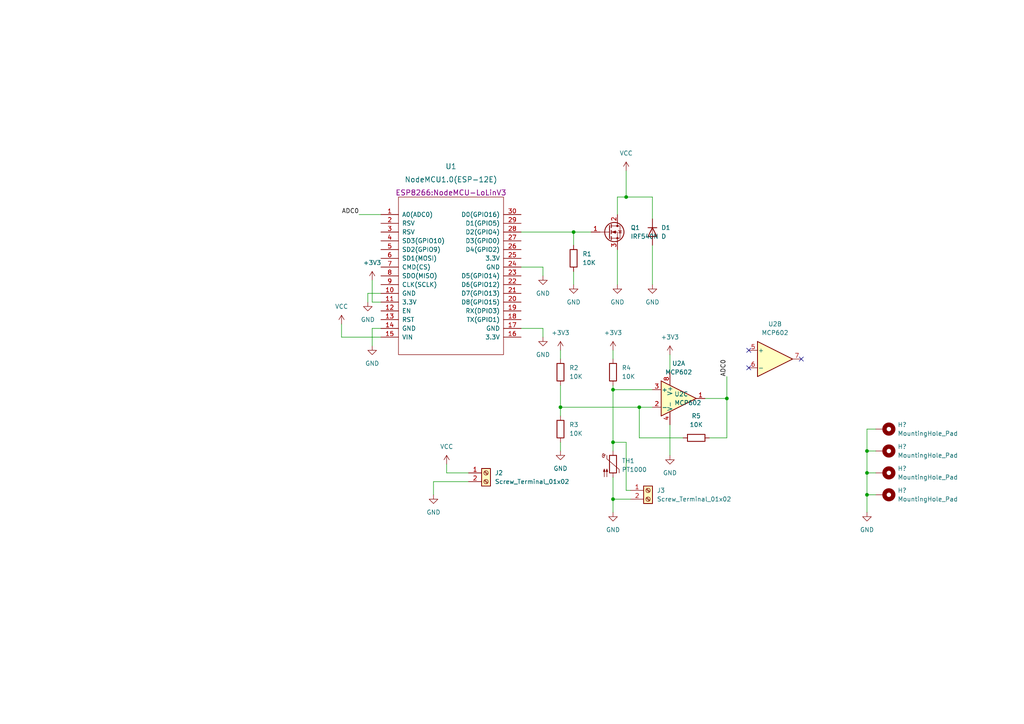
<source format=kicad_sch>
(kicad_sch (version 20211123) (generator eeschema)
  (paper "A4")
  (lib_symbols
    (symbol "Amplifier_Operational:MCP602" (pin_names (offset 0.127))
      (property "Reference" "U" (at 0 5.08 0))
      (property "Value" "MCP602" (at 0 -5.08 0))
      (symbol "MCP602_1_1"
        (polyline (pts (xy -5.08 5.08) (xy 5.08 0) (xy -5.08 -5.08) (xy -5.08 5.08)) (stroke (width 0.254)) (fill (type background)))
        (pin output line (at 7.62 0 180) (length 2.54) (name "~") (number "1"))
        (pin input line (at -7.62 -2.54 0) (length 2.54) (name "-") (number "2"))
        (pin input line (at -7.62 2.54 0) (length 2.54) (name "+") (number "3"))
      )
      (symbol "MCP602_2_1"
        (polyline (pts (xy -5.08 5.08) (xy 5.08 0) (xy -5.08 -5.08) (xy -5.08 5.08)) (stroke (width 0.254)) (fill (type background)))
        (pin input line (at -7.62 2.54 0) (length 2.54) (name "+") (number "5"))
        (pin input line (at -7.62 -2.54 0) (length 2.54) (name "-") (number "6"))
        (pin output line (at 7.62 0 180) (length 2.54) (name "~") (number "7"))
      )
      (symbol "MCP602_3_1"
        (pin power_in line (at -2.54 -7.62 90) (length 3.81) (name "V-") (number "4"))
        (pin power_in line (at -2.54 7.62 270) (length 3.81) (name "V+") (number "8"))
      )
    )
    (symbol "Connector:Screw_Terminal_01x02" (pin_names (offset 1.016) hide)
      (property "Reference" "J" (at 0 2.54 0))
      (property "Value" "Screw_Terminal_01x02" (at 0 -5.08 0))
      (symbol "Screw_Terminal_01x02_1_1"
        (rectangle (start -1.27 1.27) (end 1.27 -3.81) (stroke (width 0.254)) (fill (type background)))
        (circle (center 0 -2.54) (radius 0.635) (stroke (width 0.1524)))
        (polyline (pts (xy -0.5334 -2.2098) (xy 0.3302 -3.048)) (stroke (width 0.1524)))
        (polyline (pts (xy -0.5334 0.3302) (xy 0.3302 -0.508)) (stroke (width 0.1524)))
        (polyline (pts (xy -0.3556 -2.032) (xy 0.508 -2.8702)) (stroke (width 0.1524)))
        (polyline (pts (xy -0.3556 0.508) (xy 0.508 -0.3302)) (stroke (width 0.1524)))
        (circle (center 0 0) (radius 0.635) (stroke (width 0.1524)))
        (pin passive line (at -5.08 0 0) (length 3.81) (name "Pin_1") (number "1"))
        (pin passive line (at -5.08 -2.54 0) (length 3.81) (name "Pin_2") (number "2"))
      )
    )
    (symbol "Device:D" (pin_numbers hide) (pin_names (offset 1.016) hide)
      (property "Reference" "D" (at 0 2.54 0))
      (property "Value" "D" (at 0 -2.54 0))
      (symbol "D_0_1"
        (polyline (pts (xy -1.27 1.27) (xy -1.27 -1.27)) (stroke (width 0.254)))
        (polyline (pts (xy 1.27 0) (xy -1.27 0)))
        (polyline (pts (xy 1.27 1.27) (xy 1.27 -1.27) (xy -1.27 0) (xy 1.27 1.27)) (stroke (width 0.254)))
      )
      (symbol "D_1_1"
        (pin passive line (at -3.81 0 0) (length 2.54) (name "K") (number "1"))
        (pin passive line (at 3.81 0 180) (length 2.54) (name "A") (number "2"))
      )
    )
    (symbol "Device:R" (pin_numbers hide) (pin_names (offset 0))
      (property "Reference" "R" (at 2.032 0 90))
      (property "Value" "R" (at 0 0 90))
      (symbol "R_0_1"
        (rectangle (start -1.016 -2.54) (end 1.016 2.54) (stroke (width 0.254)))
      )
      (symbol "R_1_1"
        (pin passive line (at 0 3.81 270) (length 1.27) (name "~") (number "1"))
        (pin passive line (at 0 -3.81 90) (length 1.27) (name "~") (number "2"))
      )
    )
    (symbol "ESP8266:NodeMCU1.0(ESP-12E)" (pin_names (offset 1.016))
      (property "Reference" "U" (at 0 21.59 0))
      (property "Value" "NodeMCU1.0(ESP-12E)" (at 0 -21.59 0))
      (symbol "NodeMCU1.0(ESP-12E)_0_1"
        (rectangle (start -15.24 -22.86) (end 15.24 22.86))
      )
      (symbol "NodeMCU1.0(ESP-12E)_1_1"
        (pin input line (at -20.32 17.78 0) (length 5.08) (name "A0(ADC0)") (number "1"))
        (pin input line (at -20.32 -5.08 0) (length 5.08) (name "GND") (number "10"))
        (pin input line (at -20.32 -7.62 0) (length 5.08) (name "3.3V") (number "11"))
        (pin input line (at -20.32 -10.16 0) (length 5.08) (name "EN") (number "12"))
        (pin input line (at -20.32 -12.7 0) (length 5.08) (name "RST") (number "13"))
        (pin input line (at -20.32 -15.24 0) (length 5.08) (name "GND") (number "14"))
        (pin input line (at -20.32 -17.78 0) (length 5.08) (name "VIN") (number "15"))
        (pin input line (at 20.32 -17.78 180) (length 5.08) (name "3.3V") (number "16"))
        (pin input line (at 20.32 -15.24 180) (length 5.08) (name "GND") (number "17"))
        (pin input line (at 20.32 -12.7 180) (length 5.08) (name "TX(GPIO1)") (number "18"))
        (pin input line (at 20.32 -10.16 180) (length 5.08) (name "RX(DPIO3)") (number "19"))
        (pin input line (at -20.32 15.24 0) (length 5.08) (name "RSV") (number "2"))
        (pin input line (at 20.32 -7.62 180) (length 5.08) (name "D8(GPIO15)") (number "20"))
        (pin input line (at 20.32 -5.08 180) (length 5.08) (name "D7(GPIO13)") (number "21"))
        (pin input line (at 20.32 -2.54 180) (length 5.08) (name "D6(GPIO12)") (number "22"))
        (pin input line (at 20.32 0 180) (length 5.08) (name "D5(GPIO14)") (number "23"))
        (pin input line (at 20.32 2.54 180) (length 5.08) (name "GND") (number "24"))
        (pin input line (at 20.32 5.08 180) (length 5.08) (name "3.3V") (number "25"))
        (pin input line (at 20.32 7.62 180) (length 5.08) (name "D4(GPIO2)") (number "26"))
        (pin input line (at 20.32 10.16 180) (length 5.08) (name "D3(GPIO0)") (number "27"))
        (pin input line (at 20.32 12.7 180) (length 5.08) (name "D2(GPIO4)") (number "28"))
        (pin input line (at 20.32 15.24 180) (length 5.08) (name "D1(GPIO5)") (number "29"))
        (pin input line (at -20.32 12.7 0) (length 5.08) (name "RSV") (number "3"))
        (pin input line (at 20.32 17.78 180) (length 5.08) (name "D0(GPIO16)") (number "30"))
        (pin input line (at -20.32 10.16 0) (length 5.08) (name "SD3(GPIO10)") (number "4"))
        (pin input line (at -20.32 7.62 0) (length 5.08) (name "SD2(GPIO9)") (number "5"))
        (pin input line (at -20.32 5.08 0) (length 5.08) (name "SD1(MOSI)") (number "6"))
        (pin input line (at -20.32 2.54 0) (length 5.08) (name "CMD(CS)") (number "7"))
        (pin input line (at -20.32 0 0) (length 5.08) (name "SDO(MISO)") (number "8"))
        (pin input line (at -20.32 -2.54 0) (length 5.08) (name "CLK(SCLK)") (number "9"))
      )
    )
    (symbol "Mechanical:MountingHole_Pad" (pin_numbers hide) (pin_names (offset 1.016) hide)
      (property "Reference" "H" (at 0 6.35 0))
      (property "Value" "MountingHole_Pad" (at 0 4.445 0))
      (symbol "MountingHole_Pad_0_1"
        (circle (center 0 1.27) (radius 1.27) (stroke (width 1.27)))
      )
      (symbol "MountingHole_Pad_1_1"
        (pin input line (at 0 -2.54 90) (length 2.54) (name "1") (number "1"))
      )
    )
    (symbol "Sensor_Temperature:PT1000" (pin_numbers hide) (pin_names (offset 0))
      (property "Reference" "TH" (at -4.445 0 90))
      (property "Value" "PT1000" (at 3.175 0 90))
      (symbol "PT1000_0_1"
        (arc (start -3.048 2.159) (mid -3.0495 2.3143) (end -3.175 2.413))
        (arc (start -3.048 2.159) (mid -2.9736 1.9794) (end -2.794 1.905))
        (arc (start -3.048 2.794) (mid -2.9736 2.6144) (end -2.794 2.54))
        (arc (start -2.794 1.905) (mid -2.6144 1.9794) (end -2.54 2.159))
        (arc (start -2.794 2.54) (mid -2.4393 2.5587) (end -2.159 2.794))
        (arc (start -2.794 3.048) (mid -2.9736 2.9736) (end -3.048 2.794))
        (arc (start -2.54 2.794) (mid -2.6144 2.9736) (end -2.794 3.048))
        (rectangle (start -1.016 2.54) (end 1.016 -2.54) (stroke (width 0.254)))
        (polyline (pts (xy -2.54 2.159) (xy -2.54 2.794)))
        (polyline (pts (xy -1.778 2.54) (xy -1.778 1.524) (xy 1.778 -1.524) (xy 1.778 -2.54)))
        (polyline (pts (xy -2.54 -3.683) (xy -2.54 -1.397) (xy -2.794 -2.159) (xy -2.286 -2.159) (xy -2.54 -1.397) (xy -2.54 -1.651)) (fill (type outline)))
        (polyline (pts (xy -1.778 -3.683) (xy -1.778 -1.397) (xy -2.032 -2.159) (xy -1.524 -2.159) (xy -1.778 -1.397) (xy -1.778 -1.651)) (fill (type outline)))
      )
      (symbol "PT1000_1_1"
        (pin passive line (at 0 3.81 270) (length 1.27) (name "~") (number "1"))
        (pin passive line (at 0 -3.81 90) (length 1.27) (name "~") (number "2"))
      )
    )
    (symbol "Transistor_FET:IRF540N" (pin_names hide)
      (property "Reference" "Q" (at 6.35 1.905 0))
      (property "Value" "IRF540N" (at 6.35 0 0))
      (symbol "IRF540N_0_1"
        (polyline (pts (xy 0.254 0) (xy -2.54 0)))
        (polyline (pts (xy 0.254 1.905) (xy 0.254 -1.905)) (stroke (width 0.254)))
        (polyline (pts (xy 0.762 -1.27) (xy 0.762 -2.286)) (stroke (width 0.254)))
        (polyline (pts (xy 0.762 0.508) (xy 0.762 -0.508)) (stroke (width 0.254)))
        (polyline (pts (xy 0.762 2.286) (xy 0.762 1.27)) (stroke (width 0.254)))
        (polyline (pts (xy 2.54 2.54) (xy 2.54 1.778)))
        (polyline (pts (xy 2.54 -2.54) (xy 2.54 0) (xy 0.762 0)))
        (polyline (pts (xy 0.762 -1.778) (xy 3.302 -1.778) (xy 3.302 1.778) (xy 0.762 1.778)))
        (polyline (pts (xy 1.016 0) (xy 2.032 0.381) (xy 2.032 -0.381) (xy 1.016 0)) (fill (type outline)))
        (polyline (pts (xy 2.794 0.508) (xy 2.921 0.381) (xy 3.683 0.381) (xy 3.81 0.254)))
        (polyline (pts (xy 3.302 0.381) (xy 2.921 -0.254) (xy 3.683 -0.254) (xy 3.302 0.381)))
        (circle (center 1.651 0) (radius 2.794) (stroke (width 0.254)))
        (circle (center 2.54 -1.778) (radius 0.254) (fill (type outline)))
        (circle (center 2.54 1.778) (radius 0.254) (fill (type outline)))
      )
      (symbol "IRF540N_1_1"
        (pin input line (at -5.08 0 0) (length 2.54) (name "G") (number "1"))
        (pin passive line (at 2.54 5.08 270) (length 2.54) (name "D") (number "2"))
        (pin passive line (at 2.54 -5.08 90) (length 2.54) (name "S") (number "3"))
      )
    )
    (symbol "power:+3V3" (power) (pin_names (offset 0))
      (property "Value" "+3V3" (at 0 3.556 0))
      (symbol "+3V3_0_1"
        (polyline (pts (xy -0.762 1.27) (xy 0 2.54)))
        (polyline (pts (xy 0 0) (xy 0 2.54)))
        (polyline (pts (xy 0 2.54) (xy 0.762 1.27)))
      )
      (symbol "+3V3_1_1"
        (pin power_in line (at 0 0 90) (length 0) hide (name "+3V3") (number "1"))
      )
    )
    (symbol "power:GND" (power) (pin_names (offset 0))
      (property "Value" "GND" (at 0 -3.81 0))
      (symbol "GND_0_1"
        (polyline (pts (xy 0 0) (xy 0 -1.27) (xy 1.27 -1.27) (xy 0 -2.54) (xy -1.27 -1.27) (xy 0 -1.27)))
      )
      (symbol "GND_1_1"
        (pin power_in line (at 0 0 270) (length 0) hide (name "GND") (number "1"))
      )
    )
    (symbol "power:VCC" (power) (pin_names (offset 0))
      (property "Value" "VCC" (at 0 3.81 0))
      (symbol "VCC_0_1"
        (polyline (pts (xy -0.762 1.27) (xy 0 2.54)))
        (polyline (pts (xy 0 0) (xy 0 2.54)))
        (polyline (pts (xy 0 2.54) (xy 0.762 1.27)))
      )
      (symbol "VCC_1_1"
        (pin power_in line (at 0 0 90) (length 0) hide (name "VCC") (number "1"))
      )
    )
  )
  (junction (at 177.8 128.27))
  (junction (at 162.56 118.11))
  (junction (at 251.46 137.16))
  (junction (at 210.82 115.57))
  (junction (at 181.61 57.15))
  (junction (at 177.8 113.03))
  (junction (at 185.42 118.11))
  (junction (at 251.46 143.51))
  (junction (at 177.8 144.78))
  (junction (at 251.46 130.81))
  (junction (at 166.37 67.31))
  (no_connect (at 217.17 101.6))
  (no_connect (at 217.17 106.68))
  (no_connect (at 232.41 104.14))
  (wire (pts (xy 166.37 78.74) (xy 166.37 82.55)))
  (wire (pts (xy 171.45 67.31) (xy 166.37 67.31)))
  (wire (pts (xy 177.8 111.76) (xy 177.8 113.03)))
  (wire (pts (xy 151.13 67.31) (xy 166.37 67.31)))
  (wire (pts (xy 181.61 57.15) (xy 189.23 57.15)))
  (wire (pts (xy 162.56 118.11) (xy 185.42 118.11)))
  (wire (pts (xy 177.8 144.78) (xy 182.88 144.78)))
  (wire (pts (xy 251.46 143.51) (xy 251.46 137.16)))
  (wire (pts (xy 125.73 139.7) (xy 125.73 143.51)))
  (wire (pts (xy 99.06 93.98) (xy 99.06 97.79)))
  (wire (pts (xy 251.46 143.51) (xy 254 143.51)))
  (wire (pts (xy 181.61 142.24) (xy 181.61 128.27)))
  (wire (pts (xy 185.42 118.11) (xy 189.23 118.11)))
  (wire (pts (xy 251.46 130.81) (xy 254 130.81)))
  (wire (pts (xy 177.8 144.78) (xy 177.8 148.59)))
  (wire (pts (xy 251.46 124.46) (xy 254 124.46)))
  (wire (pts (xy 181.61 49.53) (xy 181.61 57.15)))
  (wire (pts (xy 179.07 57.15) (xy 181.61 57.15)))
  (wire (pts (xy 157.48 80.01) (xy 157.48 77.47)))
  (wire (pts (xy 106.68 85.09) (xy 110.49 85.09)))
  (wire (pts (xy 166.37 67.31) (xy 166.37 71.12)))
  (wire (pts (xy 251.46 137.16) (xy 251.46 130.81)))
  (wire (pts (xy 162.56 118.11) (xy 162.56 120.65)))
  (wire (pts (xy 210.82 115.57) (xy 210.82 127)))
  (wire (pts (xy 177.8 138.43) (xy 177.8 144.78)))
  (wire (pts (xy 107.95 100.33) (xy 107.95 95.25)))
  (wire (pts (xy 104.14 62.23) (xy 110.49 62.23)))
  (wire (pts (xy 189.23 71.12) (xy 189.23 82.55)))
  (wire (pts (xy 177.8 101.6) (xy 177.8 104.14)))
  (wire (pts (xy 129.54 134.62) (xy 129.54 137.16)))
  (wire (pts (xy 181.61 128.27) (xy 177.8 128.27)))
  (wire (pts (xy 177.8 128.27) (xy 177.8 130.81)))
  (wire (pts (xy 135.89 139.7) (xy 125.73 139.7)))
  (wire (pts (xy 129.54 137.16) (xy 135.89 137.16)))
  (wire (pts (xy 251.46 130.81) (xy 251.46 124.46)))
  (wire (pts (xy 107.95 87.63) (xy 110.49 87.63)))
  (wire (pts (xy 198.12 127) (xy 185.42 127)))
  (wire (pts (xy 210.82 109.22) (xy 210.82 115.57)))
  (wire (pts (xy 189.23 57.15) (xy 189.23 63.5)))
  (wire (pts (xy 185.42 127) (xy 185.42 118.11)))
  (wire (pts (xy 106.68 87.63) (xy 106.68 85.09)))
  (wire (pts (xy 177.8 113.03) (xy 189.23 113.03)))
  (wire (pts (xy 162.56 128.27) (xy 162.56 130.81)))
  (wire (pts (xy 107.95 81.28) (xy 107.95 87.63)))
  (wire (pts (xy 162.56 101.6) (xy 162.56 104.14)))
  (wire (pts (xy 179.07 62.23) (xy 179.07 57.15)))
  (wire (pts (xy 194.31 102.87) (xy 194.31 107.95)))
  (wire (pts (xy 157.48 77.47) (xy 151.13 77.47)))
  (wire (pts (xy 99.06 97.79) (xy 110.49 97.79)))
  (wire (pts (xy 194.31 123.19) (xy 194.31 132.08)))
  (wire (pts (xy 204.47 115.57) (xy 210.82 115.57)))
  (wire (pts (xy 162.56 111.76) (xy 162.56 118.11)))
  (wire (pts (xy 107.95 95.25) (xy 110.49 95.25)))
  (wire (pts (xy 182.88 142.24) (xy 181.61 142.24)))
  (wire (pts (xy 177.8 113.03) (xy 177.8 128.27)))
  (wire (pts (xy 251.46 137.16) (xy 254 137.16)))
  (wire (pts (xy 179.07 72.39) (xy 179.07 82.55)))
  (wire (pts (xy 251.46 148.59) (xy 251.46 143.51)))
  (wire (pts (xy 210.82 127) (xy 205.74 127)))
  (wire (pts (xy 157.48 97.79) (xy 157.48 95.25)))
  (wire (pts (xy 157.48 95.25) (xy 151.13 95.25)))
  (label "ADC0" (at 104.14 62.23 180))
  (label "ADC0" (at 210.82 109.22 90))
  (symbol (lib_id "power:VCC") (at 129.54 134.62 0) (unit 1)
    (property "Reference" "#PWR0105" (effects hide))
    (property "Value" "VCC" (at 129.54 129.54 0))
  )
  (symbol (lib_id "Device:R") (at 162.56 124.46 0) (unit 1)
    (property "Reference" "R3" (at 165.1 123.1899 0) (effects (justify left)))
    (property "Value" "10K" (at 165.1 125.7299 0) (effects (justify left)))
    (property "Footprint" "Resistor_THT:R_Axial_DIN0207_L6.3mm_D2.5mm_P7.62mm_Horizontal" (effects hide))
  )
  (symbol (lib_id "Connector:Screw_Terminal_01x02") (at 187.96 142.24 0) (unit 1)
    (property "Reference" "J3" (at 190.5 142.2399 0) (effects (justify left)))
    (property "Value" "Screw_Terminal_01x02" (at 190.5 144.7799 0) (effects (justify left)))
    (property "Footprint" "TerminalBlock_Phoenix:TerminalBlock_Phoenix_MKDS-1,5-2-5.08_1x02_P5.08mm_Horizontal" (effects hide))
  )
  (symbol (lib_id "Device:R") (at 162.56 107.95 0) (unit 1)
    (property "Reference" "R2" (at 165.1 106.6799 0) (effects (justify left)))
    (property "Value" "10K" (at 165.1 109.2199 0) (effects (justify left)))
    (property "Footprint" "Resistor_THT:R_Axial_DIN0207_L6.3mm_D2.5mm_P7.62mm_Horizontal" (effects hide))
  )
  (symbol (lib_id "power:+3V3") (at 177.8 101.6 0) (unit 1)
    (property "Reference" "#PWR0114" (effects hide))
    (property "Value" "+3V3" (at 177.8 96.52 0))
  )
  (symbol (lib_id "power:GND") (at 107.95 100.33 0) (unit 1)
    (property "Reference" "#PWR0106" (effects hide))
    (property "Value" "GND" (at 107.95 105.41 0))
  )
  (symbol (lib_id "power:+3V3") (at 107.95 81.28 0) (unit 1)
    (property "Reference" "#PWR0111" (effects hide))
    (property "Value" "+3V3" (at 107.95 76.2 0))
  )
  (symbol (lib_id "power:GND") (at 194.31 132.08 0) (unit 1)
    (property "Reference" "#PWR0116" (effects hide))
    (property "Value" "GND" (at 194.31 137.16 0))
  )
  (symbol (lib_id "Sensor_Temperature:PT1000") (at 177.8 134.62 0) (unit 1)
    (property "Reference" "TH1" (at 180.34 133.6674 0) (effects (justify left)))
    (property "Value" "PT1000" (at 180.34 136.2074 0) (effects (justify left)))
    (property "Footprint" "Package_TO_SOT_THT:TO-92-2" (effects hide))
    (property "Datasheet" "https://www.heraeus.com/media/media/group/doc_group/products_1/hst/sot_to/de_15/to_92_d.pdf" (effects hide))
  )
  (symbol (lib_id "Mechanical:MountingHole_Pad") (at 256.54 137.16 270) (unit 1)
    (property "Reference" "H?" (at 260.35 135.8899 90) (effects (justify left)))
    (property "Value" "MountingHole_Pad" (at 260.35 138.4299 90) (effects (justify left)))
    (property "Footprint" "MountingHole:MountingHole_3.2mm_M3_Pad_Via" (effects hide))
  )
  (symbol (lib_id "Mechanical:MountingHole_Pad") (at 256.54 124.46 270) (unit 1)
    (property "Reference" "H?" (at 260.35 123.1899 90) (effects (justify left)))
    (property "Value" "MountingHole_Pad" (at 260.35 125.7299 90) (effects (justify left)))
    (property "Footprint" "MountingHole:MountingHole_3.2mm_M3_Pad_Via" (effects hide))
  )
  (symbol (lib_id "power:GND") (at 162.56 130.81 0) (unit 1)
    (property "Reference" "#PWR0112" (effects hide))
    (property "Value" "GND" (at 162.56 135.89 0))
  )
  (symbol (lib_id "Device:R") (at 201.93 127 90) (unit 1)
    (property "Reference" "R5" (at 201.93 120.65 90))
    (property "Value" "10K" (at 201.93 123.19 90))
    (property "Footprint" "Resistor_THT:R_Axial_DIN0207_L6.3mm_D2.5mm_P7.62mm_Horizontal" (effects hide))
  )
  (symbol (lib_id "Device:R") (at 177.8 107.95 0) (unit 1)
    (property "Reference" "R4" (at 180.34 106.6799 0) (effects (justify left)))
    (property "Value" "10K" (at 180.34 109.2199 0) (effects (justify left)))
    (property "Footprint" "Resistor_THT:R_Axial_DIN0207_L6.3mm_D2.5mm_P7.62mm_Horizontal" (effects hide))
  )
  (symbol (lib_id "Connector:Screw_Terminal_01x02") (at 140.97 137.16 0) (unit 1)
    (property "Reference" "J2" (at 143.51 137.1599 0) (effects (justify left)))
    (property "Value" "Screw_Terminal_01x02" (at 143.51 139.6999 0) (effects (justify left)))
    (property "Footprint" "TerminalBlock_Phoenix:TerminalBlock_Phoenix_MKDS-1,5-2-5.08_1x02_P5.08mm_Horizontal" (effects hide))
  )
  (symbol (lib_id "power:GND") (at 106.68 87.63 0) (unit 1)
    (property "Reference" "#PWR0107" (effects hide))
    (property "Value" "GND" (at 106.68 92.71 0))
  )
  (symbol (lib_id "power:VCC") (at 181.61 49.53 0) (unit 1)
    (property "Reference" "#PWR0104" (effects hide))
    (property "Value" "VCC" (at 181.61 44.45 0))
  )
  (symbol (lib_id "power:GND") (at 157.48 97.79 0) (unit 1)
    (property "Reference" "#PWR0108" (effects hide))
    (property "Value" "GND" (at 157.48 102.87 0))
  )
  (symbol (lib_id "ESP8266:NodeMCU1.0(ESP-12E)") (at 130.81 80.01 0) (unit 1)
    (property "Reference" "U1" (at 130.81 48.26 0) (effects (font (size 1.524 1.524))))
    (property "Value" "NodeMCU1.0(ESP-12E)" (at 130.81 52.07 0) (effects (font (size 1.524 1.524))))
    (property "Footprint" "ESP8266:NodeMCU-LoLinV3" (at 130.81 55.88 0) (effects (font (size 1.524 1.524))))
  )
  (symbol (lib_id "power:+3V3") (at 194.31 102.87 0) (unit 1)
    (property "Reference" "#PWR0115" (effects hide))
    (property "Value" "+3V3" (at 194.31 97.79 0))
  )
  (symbol (lib_id "power:GND") (at 189.23 82.55 0) (unit 1)
    (property "Reference" "#PWR0103" (effects hide))
    (property "Value" "GND" (at 189.23 87.63 0))
  )
  (symbol (lib_id "Mechanical:MountingHole_Pad") (at 256.54 143.51 270) (unit 1)
    (property "Reference" "H?" (at 260.35 142.2399 90) (effects (justify left)))
    (property "Value" "MountingHole_Pad" (at 260.35 144.7799 90) (effects (justify left)))
    (property "Footprint" "MountingHole:MountingHole_3.2mm_M3_Pad_Via" (effects hide))
  )
  (symbol (lib_id "power:GND") (at 251.46 148.59 0) (unit 1)
    (property "Reference" "#PWR?" (effects hide))
    (property "Value" "GND" (at 251.46 153.67 0))
  )
  (symbol (lib_id "power:VCC") (at 99.06 93.98 0) (unit 1)
    (property "Reference" "#PWR0118" (effects hide))
    (property "Value" "VCC" (at 99.06 88.9 0))
  )
  (symbol (lib_id "Device:D") (at 189.23 67.31 270) (unit 1)
    (property "Reference" "D1" (at 191.77 66.0399 90) (effects (justify left)))
    (property "Value" "D" (at 191.77 68.5799 90) (effects (justify left)))
    (property "Footprint" "Diode_THT:D_DO-35_SOD27_P7.62mm_Horizontal" (effects hide))
  )
  (symbol (lib_id "power:+3V3") (at 162.56 101.6 0) (unit 1)
    (property "Reference" "#PWR0110" (effects hide))
    (property "Value" "+3V3" (at 162.56 96.52 0))
  )
  (symbol (lib_id "power:GND") (at 177.8 148.59 0) (unit 1)
    (property "Reference" "#PWR0113" (effects hide))
    (property "Value" "GND" (at 177.8 153.67 0))
  )
  (symbol (lib_id "Transistor_FET:IRF540N") (at 176.53 67.31 0) (unit 1)
    (property "Reference" "Q1" (at 182.88 66.0399 0) (effects (justify left)))
    (property "Value" "IRF540N" (at 182.88 68.5799 0) (effects (justify left)))
    (property "Footprint" "Package_TO_SOT_THT:TO-220-3_Vertical" (effects hide))
    (property "Datasheet" "http://www.irf.com/product-info/datasheets/data/irf540n.pdf" (effects hide))
  )
  (symbol (lib_id "Device:R") (at 166.37 74.93 0) (unit 1)
    (property "Reference" "R1" (at 168.91 73.6599 0) (effects (justify left)))
    (property "Value" "10K" (at 168.91 76.1999 0) (effects (justify left)))
    (property "Footprint" "Resistor_THT:R_Axial_DIN0207_L6.3mm_D2.5mm_P7.62mm_Horizontal" (effects hide))
  )
  (symbol (lib_id "Amplifier_Operational:MCP602") (at 196.85 115.57 0) (unit 1)
    (property "Reference" "U2" (at 196.85 105.41 0))
    (property "Value" "MCP602" (at 196.85 107.95 0))
    (property "Footprint" "Package_DIP:DIP-8_W7.62mm_LongPads" (effects hide))
    (property "Datasheet" "http://ww1.microchip.com/downloads/en/DeviceDoc/21314g.pdf" (effects hide))
  )
  (symbol (lib_id "Amplifier_Operational:MCP602") (at 196.85 115.57 0) (unit 3)
    (property "Reference" "U2" (at 195.58 114.2999 0) (effects (justify left)))
    (property "Value" "MCP602" (at 195.58 116.8399 0) (effects (justify left)))
    (property "Footprint" "Package_DIP:DIP-8_W7.62mm_LongPads" (effects hide))
    (property "Datasheet" "http://ww1.microchip.com/downloads/en/DeviceDoc/21314g.pdf" (effects hide))
  )
  (symbol (lib_id "power:GND") (at 157.48 80.01 0) (unit 1)
    (property "Reference" "#PWR0109" (effects hide))
    (property "Value" "GND" (at 157.48 85.09 0))
  )
  (symbol (lib_id "Mechanical:MountingHole_Pad") (at 256.54 130.81 270) (unit 1)
    (property "Reference" "H?" (at 260.35 129.5399 90) (effects (justify left)))
    (property "Value" "MountingHole_Pad" (at 260.35 132.0799 90) (effects (justify left)))
    (property "Footprint" "MountingHole:MountingHole_3.2mm_M3_Pad_Via" (effects hide))
  )
  (symbol (lib_id "power:GND") (at 125.73 143.51 0) (unit 1)
    (property "Reference" "#PWR0117" (effects hide))
    (property "Value" "GND" (at 125.73 148.59 0))
  )
  (symbol (lib_id "Amplifier_Operational:MCP602") (at 224.79 104.14 0) (unit 2)
    (property "Reference" "U2" (at 224.79 93.98 0))
    (property "Value" "MCP602" (at 224.79 96.52 0))
    (property "Footprint" "Package_DIP:DIP-8_W7.62mm_LongPads" (effects hide))
    (property "Datasheet" "http://ww1.microchip.com/downloads/en/DeviceDoc/21314g.pdf" (effects hide))
  )
  (symbol (lib_id "power:GND") (at 166.37 82.55 0) (unit 1)
    (property "Reference" "#PWR0101" (effects hide))
    (property "Value" "GND" (at 166.37 87.63 0))
  )
  (symbol (lib_id "power:GND") (at 179.07 82.55 0) (unit 1)
    (property "Reference" "#PWR0102" (effects hide))
    (property "Value" "GND" (at 179.07 87.63 0))
  )
)
</source>
